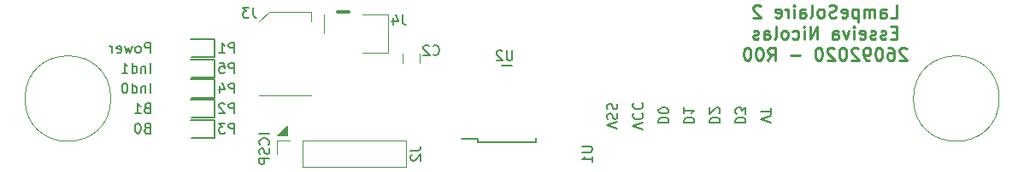
<source format=gbo>
G04 #@! TF.GenerationSoftware,KiCad,Pcbnew,(5.1.6)-1*
G04 #@! TF.CreationDate,2020-10-13T20:36:20+02:00*
G04 #@! TF.ProjectId,LampeSolaire2,4c616d70-6553-46f6-9c61-697265322e6b,R00*
G04 #@! TF.SameCoordinates,PX5f5e100PY5cfbb60*
G04 #@! TF.FileFunction,Legend,Bot*
G04 #@! TF.FilePolarity,Positive*
%FSLAX46Y46*%
G04 Gerber Fmt 4.6, Leading zero omitted, Abs format (unit mm)*
G04 Created by KiCad (PCBNEW (5.1.6)-1) date 2020-10-13 20:36:20*
%MOMM*%
%LPD*%
G01*
G04 APERTURE LIST*
%ADD10C,0.300000*%
%ADD11C,0.150000*%
%ADD12C,0.250000*%
%ADD13C,0.120000*%
%ADD14C,0.100000*%
%ADD15C,0.304800*%
G04 APERTURE END LIST*
D10*
X32678571Y-1357142D02*
X33821428Y-1357142D01*
D11*
X25952380Y-13523809D02*
X24952380Y-13523809D01*
X25857142Y-14571428D02*
X25904761Y-14523809D01*
X25952380Y-14380952D01*
X25952380Y-14285714D01*
X25904761Y-14142857D01*
X25809523Y-14047619D01*
X25714285Y-14000000D01*
X25523809Y-13952380D01*
X25380952Y-13952380D01*
X25190476Y-14000000D01*
X25095238Y-14047619D01*
X25000000Y-14142857D01*
X24952380Y-14285714D01*
X24952380Y-14380952D01*
X25000000Y-14523809D01*
X25047619Y-14571428D01*
X25904761Y-14952380D02*
X25952380Y-15095238D01*
X25952380Y-15333333D01*
X25904761Y-15428571D01*
X25857142Y-15476190D01*
X25761904Y-15523809D01*
X25666666Y-15523809D01*
X25571428Y-15476190D01*
X25523809Y-15428571D01*
X25476190Y-15333333D01*
X25428571Y-15142857D01*
X25380952Y-15047619D01*
X25333333Y-15000000D01*
X25238095Y-14952380D01*
X25142857Y-14952380D01*
X25047619Y-15000000D01*
X25000000Y-15047619D01*
X24952380Y-15142857D01*
X24952380Y-15380952D01*
X25000000Y-15523809D01*
X25952380Y-15952380D02*
X24952380Y-15952380D01*
X24952380Y-16333333D01*
X25000000Y-16428571D01*
X25047619Y-16476190D01*
X25142857Y-16523809D01*
X25285714Y-16523809D01*
X25380952Y-16476190D01*
X25428571Y-16428571D01*
X25476190Y-16333333D01*
X25476190Y-15952380D01*
D12*
X87458333Y-1940476D02*
X88053571Y-1940476D01*
X88053571Y-690476D01*
X86505952Y-1940476D02*
X86505952Y-1285714D01*
X86565476Y-1166666D01*
X86684523Y-1107142D01*
X86922619Y-1107142D01*
X87041666Y-1166666D01*
X86505952Y-1880952D02*
X86625000Y-1940476D01*
X86922619Y-1940476D01*
X87041666Y-1880952D01*
X87101190Y-1761904D01*
X87101190Y-1642857D01*
X87041666Y-1523809D01*
X86922619Y-1464285D01*
X86625000Y-1464285D01*
X86505952Y-1404761D01*
X85910714Y-1940476D02*
X85910714Y-1107142D01*
X85910714Y-1226190D02*
X85851190Y-1166666D01*
X85732142Y-1107142D01*
X85553571Y-1107142D01*
X85434523Y-1166666D01*
X85375000Y-1285714D01*
X85375000Y-1940476D01*
X85375000Y-1285714D02*
X85315476Y-1166666D01*
X85196428Y-1107142D01*
X85017857Y-1107142D01*
X84898809Y-1166666D01*
X84839285Y-1285714D01*
X84839285Y-1940476D01*
X84244047Y-1107142D02*
X84244047Y-2357142D01*
X84244047Y-1166666D02*
X84125000Y-1107142D01*
X83886904Y-1107142D01*
X83767857Y-1166666D01*
X83708333Y-1226190D01*
X83648809Y-1345238D01*
X83648809Y-1702380D01*
X83708333Y-1821428D01*
X83767857Y-1880952D01*
X83886904Y-1940476D01*
X84125000Y-1940476D01*
X84244047Y-1880952D01*
X82636904Y-1880952D02*
X82755952Y-1940476D01*
X82994047Y-1940476D01*
X83113095Y-1880952D01*
X83172619Y-1761904D01*
X83172619Y-1285714D01*
X83113095Y-1166666D01*
X82994047Y-1107142D01*
X82755952Y-1107142D01*
X82636904Y-1166666D01*
X82577380Y-1285714D01*
X82577380Y-1404761D01*
X83172619Y-1523809D01*
X82101190Y-1880952D02*
X81922619Y-1940476D01*
X81625000Y-1940476D01*
X81505952Y-1880952D01*
X81446428Y-1821428D01*
X81386904Y-1702380D01*
X81386904Y-1583333D01*
X81446428Y-1464285D01*
X81505952Y-1404761D01*
X81625000Y-1345238D01*
X81863095Y-1285714D01*
X81982142Y-1226190D01*
X82041666Y-1166666D01*
X82101190Y-1047619D01*
X82101190Y-928571D01*
X82041666Y-809523D01*
X81982142Y-750000D01*
X81863095Y-690476D01*
X81565476Y-690476D01*
X81386904Y-750000D01*
X80672619Y-1940476D02*
X80791666Y-1880952D01*
X80851190Y-1821428D01*
X80910714Y-1702380D01*
X80910714Y-1345238D01*
X80851190Y-1226190D01*
X80791666Y-1166666D01*
X80672619Y-1107142D01*
X80494047Y-1107142D01*
X80375000Y-1166666D01*
X80315476Y-1226190D01*
X80255952Y-1345238D01*
X80255952Y-1702380D01*
X80315476Y-1821428D01*
X80375000Y-1880952D01*
X80494047Y-1940476D01*
X80672619Y-1940476D01*
X79541666Y-1940476D02*
X79660714Y-1880952D01*
X79720238Y-1761904D01*
X79720238Y-690476D01*
X78529761Y-1940476D02*
X78529761Y-1285714D01*
X78589285Y-1166666D01*
X78708333Y-1107142D01*
X78946428Y-1107142D01*
X79065476Y-1166666D01*
X78529761Y-1880952D02*
X78648809Y-1940476D01*
X78946428Y-1940476D01*
X79065476Y-1880952D01*
X79125000Y-1761904D01*
X79125000Y-1642857D01*
X79065476Y-1523809D01*
X78946428Y-1464285D01*
X78648809Y-1464285D01*
X78529761Y-1404761D01*
X77934523Y-1940476D02*
X77934523Y-1107142D01*
X77934523Y-690476D02*
X77994047Y-750000D01*
X77934523Y-809523D01*
X77875000Y-750000D01*
X77934523Y-690476D01*
X77934523Y-809523D01*
X77339285Y-1940476D02*
X77339285Y-1107142D01*
X77339285Y-1345238D02*
X77279761Y-1226190D01*
X77220238Y-1166666D01*
X77101190Y-1107142D01*
X76982142Y-1107142D01*
X76089285Y-1880952D02*
X76208333Y-1940476D01*
X76446428Y-1940476D01*
X76565476Y-1880952D01*
X76625000Y-1761904D01*
X76625000Y-1285714D01*
X76565476Y-1166666D01*
X76446428Y-1107142D01*
X76208333Y-1107142D01*
X76089285Y-1166666D01*
X76029761Y-1285714D01*
X76029761Y-1404761D01*
X76625000Y-1523809D01*
X74601190Y-809523D02*
X74541666Y-750000D01*
X74422619Y-690476D01*
X74125000Y-690476D01*
X74005952Y-750000D01*
X73946428Y-809523D01*
X73886904Y-928571D01*
X73886904Y-1047619D01*
X73946428Y-1226190D01*
X74660714Y-1940476D01*
X73886904Y-1940476D01*
X88083333Y-3410714D02*
X87666666Y-3410714D01*
X87488095Y-4065476D02*
X88083333Y-4065476D01*
X88083333Y-2815476D01*
X87488095Y-2815476D01*
X87011904Y-4005952D02*
X86892857Y-4065476D01*
X86654761Y-4065476D01*
X86535714Y-4005952D01*
X86476190Y-3886904D01*
X86476190Y-3827380D01*
X86535714Y-3708333D01*
X86654761Y-3648809D01*
X86833333Y-3648809D01*
X86952380Y-3589285D01*
X87011904Y-3470238D01*
X87011904Y-3410714D01*
X86952380Y-3291666D01*
X86833333Y-3232142D01*
X86654761Y-3232142D01*
X86535714Y-3291666D01*
X86000000Y-4005952D02*
X85880952Y-4065476D01*
X85642857Y-4065476D01*
X85523809Y-4005952D01*
X85464285Y-3886904D01*
X85464285Y-3827380D01*
X85523809Y-3708333D01*
X85642857Y-3648809D01*
X85821428Y-3648809D01*
X85940476Y-3589285D01*
X86000000Y-3470238D01*
X86000000Y-3410714D01*
X85940476Y-3291666D01*
X85821428Y-3232142D01*
X85642857Y-3232142D01*
X85523809Y-3291666D01*
X84452380Y-4005952D02*
X84571428Y-4065476D01*
X84809523Y-4065476D01*
X84928571Y-4005952D01*
X84988095Y-3886904D01*
X84988095Y-3410714D01*
X84928571Y-3291666D01*
X84809523Y-3232142D01*
X84571428Y-3232142D01*
X84452380Y-3291666D01*
X84392857Y-3410714D01*
X84392857Y-3529761D01*
X84988095Y-3648809D01*
X83857142Y-4065476D02*
X83857142Y-3232142D01*
X83857142Y-2815476D02*
X83916666Y-2875000D01*
X83857142Y-2934523D01*
X83797619Y-2875000D01*
X83857142Y-2815476D01*
X83857142Y-2934523D01*
X83380952Y-3232142D02*
X83083333Y-4065476D01*
X82785714Y-3232142D01*
X81773809Y-4065476D02*
X81773809Y-3410714D01*
X81833333Y-3291666D01*
X81952380Y-3232142D01*
X82190476Y-3232142D01*
X82309523Y-3291666D01*
X81773809Y-4005952D02*
X81892857Y-4065476D01*
X82190476Y-4065476D01*
X82309523Y-4005952D01*
X82369047Y-3886904D01*
X82369047Y-3767857D01*
X82309523Y-3648809D01*
X82190476Y-3589285D01*
X81892857Y-3589285D01*
X81773809Y-3529761D01*
X80226190Y-4065476D02*
X80226190Y-2815476D01*
X79511904Y-4065476D01*
X79511904Y-2815476D01*
X78916666Y-4065476D02*
X78916666Y-3232142D01*
X78916666Y-2815476D02*
X78976190Y-2875000D01*
X78916666Y-2934523D01*
X78857142Y-2875000D01*
X78916666Y-2815476D01*
X78916666Y-2934523D01*
X77785714Y-4005952D02*
X77904761Y-4065476D01*
X78142857Y-4065476D01*
X78261904Y-4005952D01*
X78321428Y-3946428D01*
X78380952Y-3827380D01*
X78380952Y-3470238D01*
X78321428Y-3351190D01*
X78261904Y-3291666D01*
X78142857Y-3232142D01*
X77904761Y-3232142D01*
X77785714Y-3291666D01*
X77071428Y-4065476D02*
X77190476Y-4005952D01*
X77250000Y-3946428D01*
X77309523Y-3827380D01*
X77309523Y-3470238D01*
X77250000Y-3351190D01*
X77190476Y-3291666D01*
X77071428Y-3232142D01*
X76892857Y-3232142D01*
X76773809Y-3291666D01*
X76714285Y-3351190D01*
X76654761Y-3470238D01*
X76654761Y-3827380D01*
X76714285Y-3946428D01*
X76773809Y-4005952D01*
X76892857Y-4065476D01*
X77071428Y-4065476D01*
X75940476Y-4065476D02*
X76059523Y-4005952D01*
X76119047Y-3886904D01*
X76119047Y-2815476D01*
X74928571Y-4065476D02*
X74928571Y-3410714D01*
X74988095Y-3291666D01*
X75107142Y-3232142D01*
X75345238Y-3232142D01*
X75464285Y-3291666D01*
X74928571Y-4005952D02*
X75047619Y-4065476D01*
X75345238Y-4065476D01*
X75464285Y-4005952D01*
X75523809Y-3886904D01*
X75523809Y-3767857D01*
X75464285Y-3648809D01*
X75345238Y-3589285D01*
X75047619Y-3589285D01*
X74928571Y-3529761D01*
X74392857Y-4005952D02*
X74273809Y-4065476D01*
X74035714Y-4065476D01*
X73916666Y-4005952D01*
X73857142Y-3886904D01*
X73857142Y-3827380D01*
X73916666Y-3708333D01*
X74035714Y-3648809D01*
X74214285Y-3648809D01*
X74333333Y-3589285D01*
X74392857Y-3470238D01*
X74392857Y-3410714D01*
X74333333Y-3291666D01*
X74214285Y-3232142D01*
X74035714Y-3232142D01*
X73916666Y-3291666D01*
X89065476Y-5059523D02*
X89005952Y-5000000D01*
X88886904Y-4940476D01*
X88589285Y-4940476D01*
X88470238Y-5000000D01*
X88410714Y-5059523D01*
X88351190Y-5178571D01*
X88351190Y-5297619D01*
X88410714Y-5476190D01*
X89125000Y-6190476D01*
X88351190Y-6190476D01*
X87279761Y-4940476D02*
X87517857Y-4940476D01*
X87636904Y-5000000D01*
X87696428Y-5059523D01*
X87815476Y-5238095D01*
X87875000Y-5476190D01*
X87875000Y-5952380D01*
X87815476Y-6071428D01*
X87755952Y-6130952D01*
X87636904Y-6190476D01*
X87398809Y-6190476D01*
X87279761Y-6130952D01*
X87220238Y-6071428D01*
X87160714Y-5952380D01*
X87160714Y-5654761D01*
X87220238Y-5535714D01*
X87279761Y-5476190D01*
X87398809Y-5416666D01*
X87636904Y-5416666D01*
X87755952Y-5476190D01*
X87815476Y-5535714D01*
X87875000Y-5654761D01*
X86386904Y-4940476D02*
X86267857Y-4940476D01*
X86148809Y-5000000D01*
X86089285Y-5059523D01*
X86029761Y-5178571D01*
X85970238Y-5416666D01*
X85970238Y-5714285D01*
X86029761Y-5952380D01*
X86089285Y-6071428D01*
X86148809Y-6130952D01*
X86267857Y-6190476D01*
X86386904Y-6190476D01*
X86505952Y-6130952D01*
X86565476Y-6071428D01*
X86625000Y-5952380D01*
X86684523Y-5714285D01*
X86684523Y-5416666D01*
X86625000Y-5178571D01*
X86565476Y-5059523D01*
X86505952Y-5000000D01*
X86386904Y-4940476D01*
X85375000Y-6190476D02*
X85136904Y-6190476D01*
X85017857Y-6130952D01*
X84958333Y-6071428D01*
X84839285Y-5892857D01*
X84779761Y-5654761D01*
X84779761Y-5178571D01*
X84839285Y-5059523D01*
X84898809Y-5000000D01*
X85017857Y-4940476D01*
X85255952Y-4940476D01*
X85375000Y-5000000D01*
X85434523Y-5059523D01*
X85494047Y-5178571D01*
X85494047Y-5476190D01*
X85434523Y-5595238D01*
X85375000Y-5654761D01*
X85255952Y-5714285D01*
X85017857Y-5714285D01*
X84898809Y-5654761D01*
X84839285Y-5595238D01*
X84779761Y-5476190D01*
X84303571Y-5059523D02*
X84244047Y-5000000D01*
X84125000Y-4940476D01*
X83827380Y-4940476D01*
X83708333Y-5000000D01*
X83648809Y-5059523D01*
X83589285Y-5178571D01*
X83589285Y-5297619D01*
X83648809Y-5476190D01*
X84363095Y-6190476D01*
X83589285Y-6190476D01*
X82815476Y-4940476D02*
X82696428Y-4940476D01*
X82577380Y-5000000D01*
X82517857Y-5059523D01*
X82458333Y-5178571D01*
X82398809Y-5416666D01*
X82398809Y-5714285D01*
X82458333Y-5952380D01*
X82517857Y-6071428D01*
X82577380Y-6130952D01*
X82696428Y-6190476D01*
X82815476Y-6190476D01*
X82934523Y-6130952D01*
X82994047Y-6071428D01*
X83053571Y-5952380D01*
X83113095Y-5714285D01*
X83113095Y-5416666D01*
X83053571Y-5178571D01*
X82994047Y-5059523D01*
X82934523Y-5000000D01*
X82815476Y-4940476D01*
X81922619Y-5059523D02*
X81863095Y-5000000D01*
X81744047Y-4940476D01*
X81446428Y-4940476D01*
X81327380Y-5000000D01*
X81267857Y-5059523D01*
X81208333Y-5178571D01*
X81208333Y-5297619D01*
X81267857Y-5476190D01*
X81982142Y-6190476D01*
X81208333Y-6190476D01*
X80434523Y-4940476D02*
X80315476Y-4940476D01*
X80196428Y-5000000D01*
X80136904Y-5059523D01*
X80077380Y-5178571D01*
X80017857Y-5416666D01*
X80017857Y-5714285D01*
X80077380Y-5952380D01*
X80136904Y-6071428D01*
X80196428Y-6130952D01*
X80315476Y-6190476D01*
X80434523Y-6190476D01*
X80553571Y-6130952D01*
X80613095Y-6071428D01*
X80672619Y-5952380D01*
X80732142Y-5714285D01*
X80732142Y-5416666D01*
X80672619Y-5178571D01*
X80613095Y-5059523D01*
X80553571Y-5000000D01*
X80434523Y-4940476D01*
X78529761Y-5714285D02*
X77577380Y-5714285D01*
X75315476Y-6190476D02*
X75732142Y-5595238D01*
X76029761Y-6190476D02*
X76029761Y-4940476D01*
X75553571Y-4940476D01*
X75434523Y-5000000D01*
X75375000Y-5059523D01*
X75315476Y-5178571D01*
X75315476Y-5357142D01*
X75375000Y-5476190D01*
X75434523Y-5535714D01*
X75553571Y-5595238D01*
X76029761Y-5595238D01*
X74541666Y-4940476D02*
X74422619Y-4940476D01*
X74303571Y-5000000D01*
X74244047Y-5059523D01*
X74184523Y-5178571D01*
X74125000Y-5416666D01*
X74125000Y-5714285D01*
X74184523Y-5952380D01*
X74244047Y-6071428D01*
X74303571Y-6130952D01*
X74422619Y-6190476D01*
X74541666Y-6190476D01*
X74660714Y-6130952D01*
X74720238Y-6071428D01*
X74779761Y-5952380D01*
X74839285Y-5714285D01*
X74839285Y-5416666D01*
X74779761Y-5178571D01*
X74720238Y-5059523D01*
X74660714Y-5000000D01*
X74541666Y-4940476D01*
X73351190Y-4940476D02*
X73232142Y-4940476D01*
X73113095Y-5000000D01*
X73053571Y-5059523D01*
X72994047Y-5178571D01*
X72934523Y-5416666D01*
X72934523Y-5714285D01*
X72994047Y-5952380D01*
X73053571Y-6071428D01*
X73113095Y-6130952D01*
X73232142Y-6190476D01*
X73351190Y-6190476D01*
X73470238Y-6130952D01*
X73529761Y-6071428D01*
X73589285Y-5952380D01*
X73648809Y-5714285D01*
X73648809Y-5416666D01*
X73589285Y-5178571D01*
X73529761Y-5059523D01*
X73470238Y-5000000D01*
X73351190Y-4940476D01*
D11*
X13831071Y-12928571D02*
X13688214Y-12976190D01*
X13640595Y-13023809D01*
X13592976Y-13119047D01*
X13592976Y-13261904D01*
X13640595Y-13357142D01*
X13688214Y-13404761D01*
X13783452Y-13452380D01*
X14164404Y-13452380D01*
X14164404Y-12452380D01*
X13831071Y-12452380D01*
X13735833Y-12500000D01*
X13688214Y-12547619D01*
X13640595Y-12642857D01*
X13640595Y-12738095D01*
X13688214Y-12833333D01*
X13735833Y-12880952D01*
X13831071Y-12928571D01*
X14164404Y-12928571D01*
X12973928Y-12452380D02*
X12878690Y-12452380D01*
X12783452Y-12500000D01*
X12735833Y-12547619D01*
X12688214Y-12642857D01*
X12640595Y-12833333D01*
X12640595Y-13071428D01*
X12688214Y-13261904D01*
X12735833Y-13357142D01*
X12783452Y-13404761D01*
X12878690Y-13452380D01*
X12973928Y-13452380D01*
X13069166Y-13404761D01*
X13116785Y-13357142D01*
X13164404Y-13261904D01*
X13212023Y-13071428D01*
X13212023Y-12833333D01*
X13164404Y-12642857D01*
X13116785Y-12547619D01*
X13069166Y-12500000D01*
X12973928Y-12452380D01*
X13831071Y-10928571D02*
X13688214Y-10976190D01*
X13640595Y-11023809D01*
X13592976Y-11119047D01*
X13592976Y-11261904D01*
X13640595Y-11357142D01*
X13688214Y-11404761D01*
X13783452Y-11452380D01*
X14164404Y-11452380D01*
X14164404Y-10452380D01*
X13831071Y-10452380D01*
X13735833Y-10500000D01*
X13688214Y-10547619D01*
X13640595Y-10642857D01*
X13640595Y-10738095D01*
X13688214Y-10833333D01*
X13735833Y-10880952D01*
X13831071Y-10928571D01*
X14164404Y-10928571D01*
X12640595Y-11452380D02*
X13212023Y-11452380D01*
X12926309Y-11452380D02*
X12926309Y-10452380D01*
X13021547Y-10595238D01*
X13116785Y-10690476D01*
X13212023Y-10738095D01*
X14164404Y-9452380D02*
X14164404Y-8452380D01*
X13688214Y-8785714D02*
X13688214Y-9452380D01*
X13688214Y-8880952D02*
X13640595Y-8833333D01*
X13545357Y-8785714D01*
X13402500Y-8785714D01*
X13307261Y-8833333D01*
X13259642Y-8928571D01*
X13259642Y-9452380D01*
X12354880Y-9452380D02*
X12354880Y-8452380D01*
X12354880Y-9404761D02*
X12450119Y-9452380D01*
X12640595Y-9452380D01*
X12735833Y-9404761D01*
X12783452Y-9357142D01*
X12831071Y-9261904D01*
X12831071Y-8976190D01*
X12783452Y-8880952D01*
X12735833Y-8833333D01*
X12640595Y-8785714D01*
X12450119Y-8785714D01*
X12354880Y-8833333D01*
X11688214Y-8452380D02*
X11592976Y-8452380D01*
X11497738Y-8500000D01*
X11450119Y-8547619D01*
X11402500Y-8642857D01*
X11354880Y-8833333D01*
X11354880Y-9071428D01*
X11402500Y-9261904D01*
X11450119Y-9357142D01*
X11497738Y-9404761D01*
X11592976Y-9452380D01*
X11688214Y-9452380D01*
X11783452Y-9404761D01*
X11831071Y-9357142D01*
X11878690Y-9261904D01*
X11926309Y-9071428D01*
X11926309Y-8833333D01*
X11878690Y-8642857D01*
X11831071Y-8547619D01*
X11783452Y-8500000D01*
X11688214Y-8452380D01*
X14164404Y-7452380D02*
X14164404Y-6452380D01*
X13688214Y-6785714D02*
X13688214Y-7452380D01*
X13688214Y-6880952D02*
X13640595Y-6833333D01*
X13545357Y-6785714D01*
X13402500Y-6785714D01*
X13307261Y-6833333D01*
X13259642Y-6928571D01*
X13259642Y-7452380D01*
X12354880Y-7452380D02*
X12354880Y-6452380D01*
X12354880Y-7404761D02*
X12450119Y-7452380D01*
X12640595Y-7452380D01*
X12735833Y-7404761D01*
X12783452Y-7357142D01*
X12831071Y-7261904D01*
X12831071Y-6976190D01*
X12783452Y-6880952D01*
X12735833Y-6833333D01*
X12640595Y-6785714D01*
X12450119Y-6785714D01*
X12354880Y-6833333D01*
X11354880Y-7452380D02*
X11926309Y-7452380D01*
X11640595Y-7452380D02*
X11640595Y-6452380D01*
X11735833Y-6595238D01*
X11831071Y-6690476D01*
X11926309Y-6738095D01*
X14164404Y-5452380D02*
X14164404Y-4452380D01*
X13783452Y-4452380D01*
X13688214Y-4500000D01*
X13640595Y-4547619D01*
X13592976Y-4642857D01*
X13592976Y-4785714D01*
X13640595Y-4880952D01*
X13688214Y-4928571D01*
X13783452Y-4976190D01*
X14164404Y-4976190D01*
X13021547Y-5452380D02*
X13116785Y-5404761D01*
X13164404Y-5357142D01*
X13212023Y-5261904D01*
X13212023Y-4976190D01*
X13164404Y-4880952D01*
X13116785Y-4833333D01*
X13021547Y-4785714D01*
X12878690Y-4785714D01*
X12783452Y-4833333D01*
X12735833Y-4880952D01*
X12688214Y-4976190D01*
X12688214Y-5261904D01*
X12735833Y-5357142D01*
X12783452Y-5404761D01*
X12878690Y-5452380D01*
X13021547Y-5452380D01*
X12354880Y-4785714D02*
X12164404Y-5452380D01*
X11973928Y-4976190D01*
X11783452Y-5452380D01*
X11592976Y-4785714D01*
X10831071Y-5404761D02*
X10926309Y-5452380D01*
X11116785Y-5452380D01*
X11212023Y-5404761D01*
X11259642Y-5309523D01*
X11259642Y-4928571D01*
X11212023Y-4833333D01*
X11116785Y-4785714D01*
X10926309Y-4785714D01*
X10831071Y-4833333D01*
X10783452Y-4928571D01*
X10783452Y-5023809D01*
X11259642Y-5119047D01*
X10354880Y-5452380D02*
X10354880Y-4785714D01*
X10354880Y-4976190D02*
X10307261Y-4880952D01*
X10259642Y-4833333D01*
X10164404Y-4785714D01*
X10069166Y-4785714D01*
D13*
X37675000Y-5405000D02*
X35135000Y-5405000D01*
X37675000Y-1595000D02*
X35135000Y-1595000D01*
X31325000Y-1595000D02*
X31325000Y-3500000D01*
X37675000Y-5405000D02*
X37675000Y-1595000D01*
X10250000Y-10000000D02*
G75*
G03*
X10250000Y-10000000I-4250000J0D01*
G01*
X98250000Y-10000000D02*
G75*
G03*
X98250000Y-10000000I-4250000J0D01*
G01*
X39150000Y-6500000D02*
X39150000Y-5500000D01*
X40850000Y-5500000D02*
X40850000Y-6500000D01*
X39490000Y-14170000D02*
X39490000Y-16830000D01*
X29270000Y-14170000D02*
X39490000Y-14170000D01*
X29270000Y-16830000D02*
X39490000Y-16830000D01*
X29270000Y-14170000D02*
X29270000Y-16830000D01*
X28000000Y-14170000D02*
X26670000Y-14170000D01*
X26670000Y-14170000D02*
X26670000Y-15500000D01*
D14*
G36*
X27700000Y-13700000D02*
G01*
X27700000Y-12700000D01*
X26700000Y-13700000D01*
X27700000Y-13700000D01*
G37*
X27700000Y-13700000D02*
X27700000Y-12700000D01*
X26700000Y-13700000D01*
X27700000Y-13700000D01*
D11*
X20500000Y-4100000D02*
X18150000Y-4100000D01*
X20500000Y-5900000D02*
X18200000Y-5900000D01*
X18600000Y-5900000D02*
X18550000Y-5900000D01*
X20500000Y-4100000D02*
X20500000Y-5900000D01*
X20500000Y-10100000D02*
X18150000Y-10100000D01*
X20500000Y-11900000D02*
X18200000Y-11900000D01*
X18600000Y-11900000D02*
X18550000Y-11900000D01*
X20500000Y-10100000D02*
X20500000Y-11900000D01*
X20500000Y-12100000D02*
X18150000Y-12100000D01*
X20500000Y-13900000D02*
X18200000Y-13900000D01*
X18600000Y-13900000D02*
X18550000Y-13900000D01*
X20500000Y-12100000D02*
X20500000Y-13900000D01*
X20500000Y-8100000D02*
X18150000Y-8100000D01*
X20500000Y-9900000D02*
X18200000Y-9900000D01*
X18600000Y-9900000D02*
X18550000Y-9900000D01*
X20500000Y-8100000D02*
X20500000Y-9900000D01*
X20500000Y-6100000D02*
X18150000Y-6100000D01*
X20500000Y-7900000D02*
X18200000Y-7900000D01*
X18600000Y-7900000D02*
X18550000Y-7900000D01*
X20500000Y-6100000D02*
X20500000Y-7900000D01*
X46625000Y-14325000D02*
X46625000Y-13975000D01*
X52375000Y-14325000D02*
X52375000Y-13875000D01*
X46625000Y-14325000D02*
X52375000Y-14325000D01*
X49000000Y-6675000D02*
X50000000Y-6675000D01*
X46625000Y-13975000D02*
X45025000Y-13975000D01*
D13*
X24925000Y-9695000D02*
X30075000Y-9695000D01*
X25925000Y-1345000D02*
X24925000Y-2345000D01*
X30075000Y-1345000D02*
X30075000Y-2345000D01*
X25925000Y-1345000D02*
X30075000Y-1345000D01*
D11*
X39133333Y-1652380D02*
X39133333Y-2366666D01*
X39180952Y-2509523D01*
X39276190Y-2604761D01*
X39419047Y-2652380D01*
X39514285Y-2652380D01*
X38228571Y-1985714D02*
X38228571Y-2652380D01*
X38466666Y-1604761D02*
X38704761Y-2319047D01*
X38085714Y-2319047D01*
D15*
D11*
X56952380Y-14738095D02*
X57761904Y-14738095D01*
X57857142Y-14785714D01*
X57904761Y-14833333D01*
X57952380Y-14928571D01*
X57952380Y-15119047D01*
X57904761Y-15214285D01*
X57857142Y-15261904D01*
X57761904Y-15309523D01*
X56952380Y-15309523D01*
X57952380Y-16309523D02*
X57952380Y-15738095D01*
X57952380Y-16023809D02*
X56952380Y-16023809D01*
X57095238Y-15928571D01*
X57190476Y-15833333D01*
X57238095Y-15738095D01*
X60427619Y-12975714D02*
X59427619Y-12642380D01*
X60427619Y-12309047D01*
X59475238Y-12023333D02*
X59427619Y-11880476D01*
X59427619Y-11642380D01*
X59475238Y-11547142D01*
X59522857Y-11499523D01*
X59618095Y-11451904D01*
X59713333Y-11451904D01*
X59808571Y-11499523D01*
X59856190Y-11547142D01*
X59903809Y-11642380D01*
X59951428Y-11832857D01*
X59999047Y-11928095D01*
X60046666Y-11975714D01*
X60141904Y-12023333D01*
X60237142Y-12023333D01*
X60332380Y-11975714D01*
X60380000Y-11928095D01*
X60427619Y-11832857D01*
X60427619Y-11594761D01*
X60380000Y-11451904D01*
X59475238Y-11070952D02*
X59427619Y-10928095D01*
X59427619Y-10690000D01*
X59475238Y-10594761D01*
X59522857Y-10547142D01*
X59618095Y-10499523D01*
X59713333Y-10499523D01*
X59808571Y-10547142D01*
X59856190Y-10594761D01*
X59903809Y-10690000D01*
X59951428Y-10880476D01*
X59999047Y-10975714D01*
X60046666Y-11023333D01*
X60141904Y-11070952D01*
X60237142Y-11070952D01*
X60332380Y-11023333D01*
X60380000Y-10975714D01*
X60427619Y-10880476D01*
X60427619Y-10642380D01*
X60380000Y-10499523D01*
X62967619Y-13023333D02*
X61967619Y-12690000D01*
X62967619Y-12356666D01*
X62062857Y-11451904D02*
X62015238Y-11499523D01*
X61967619Y-11642380D01*
X61967619Y-11737619D01*
X62015238Y-11880476D01*
X62110476Y-11975714D01*
X62205714Y-12023333D01*
X62396190Y-12070952D01*
X62539047Y-12070952D01*
X62729523Y-12023333D01*
X62824761Y-11975714D01*
X62920000Y-11880476D01*
X62967619Y-11737619D01*
X62967619Y-11642380D01*
X62920000Y-11499523D01*
X62872380Y-11451904D01*
X62062857Y-10451904D02*
X62015238Y-10499523D01*
X61967619Y-10642380D01*
X61967619Y-10737619D01*
X62015238Y-10880476D01*
X62110476Y-10975714D01*
X62205714Y-11023333D01*
X62396190Y-11070952D01*
X62539047Y-11070952D01*
X62729523Y-11023333D01*
X62824761Y-10975714D01*
X62920000Y-10880476D01*
X62967619Y-10737619D01*
X62967619Y-10642380D01*
X62920000Y-10499523D01*
X62872380Y-10451904D01*
X64507619Y-12428095D02*
X65507619Y-12428095D01*
X65507619Y-12190000D01*
X65460000Y-12047142D01*
X65364761Y-11951904D01*
X65269523Y-11904285D01*
X65079047Y-11856666D01*
X64936190Y-11856666D01*
X64745714Y-11904285D01*
X64650476Y-11951904D01*
X64555238Y-12047142D01*
X64507619Y-12190000D01*
X64507619Y-12428095D01*
X65507619Y-11237619D02*
X65507619Y-11142380D01*
X65460000Y-11047142D01*
X65412380Y-10999523D01*
X65317142Y-10951904D01*
X65126666Y-10904285D01*
X64888571Y-10904285D01*
X64698095Y-10951904D01*
X64602857Y-10999523D01*
X64555238Y-11047142D01*
X64507619Y-11142380D01*
X64507619Y-11237619D01*
X64555238Y-11332857D01*
X64602857Y-11380476D01*
X64698095Y-11428095D01*
X64888571Y-11475714D01*
X65126666Y-11475714D01*
X65317142Y-11428095D01*
X65412380Y-11380476D01*
X65460000Y-11332857D01*
X65507619Y-11237619D01*
X67047619Y-12428095D02*
X68047619Y-12428095D01*
X68047619Y-12190000D01*
X68000000Y-12047142D01*
X67904761Y-11951904D01*
X67809523Y-11904285D01*
X67619047Y-11856666D01*
X67476190Y-11856666D01*
X67285714Y-11904285D01*
X67190476Y-11951904D01*
X67095238Y-12047142D01*
X67047619Y-12190000D01*
X67047619Y-12428095D01*
X67047619Y-10904285D02*
X67047619Y-11475714D01*
X67047619Y-11190000D02*
X68047619Y-11190000D01*
X67904761Y-11285238D01*
X67809523Y-11380476D01*
X67761904Y-11475714D01*
X69587619Y-12428095D02*
X70587619Y-12428095D01*
X70587619Y-12190000D01*
X70540000Y-12047142D01*
X70444761Y-11951904D01*
X70349523Y-11904285D01*
X70159047Y-11856666D01*
X70016190Y-11856666D01*
X69825714Y-11904285D01*
X69730476Y-11951904D01*
X69635238Y-12047142D01*
X69587619Y-12190000D01*
X69587619Y-12428095D01*
X70492380Y-11475714D02*
X70540000Y-11428095D01*
X70587619Y-11332857D01*
X70587619Y-11094761D01*
X70540000Y-10999523D01*
X70492380Y-10951904D01*
X70397142Y-10904285D01*
X70301904Y-10904285D01*
X70159047Y-10951904D01*
X69587619Y-11523333D01*
X69587619Y-10904285D01*
X72127619Y-12428095D02*
X73127619Y-12428095D01*
X73127619Y-12190000D01*
X73080000Y-12047142D01*
X72984761Y-11951904D01*
X72889523Y-11904285D01*
X72699047Y-11856666D01*
X72556190Y-11856666D01*
X72365714Y-11904285D01*
X72270476Y-11951904D01*
X72175238Y-12047142D01*
X72127619Y-12190000D01*
X72127619Y-12428095D01*
X73127619Y-11523333D02*
X73127619Y-10904285D01*
X72746666Y-11237619D01*
X72746666Y-11094761D01*
X72699047Y-10999523D01*
X72651428Y-10951904D01*
X72556190Y-10904285D01*
X72318095Y-10904285D01*
X72222857Y-10951904D01*
X72175238Y-10999523D01*
X72127619Y-11094761D01*
X72127619Y-11380476D01*
X72175238Y-11475714D01*
X72222857Y-11523333D01*
X75667619Y-12404285D02*
X74667619Y-12070952D01*
X75667619Y-11737619D01*
X75667619Y-11547142D02*
X75667619Y-10975714D01*
X74667619Y-11261428D02*
X75667619Y-11261428D01*
X42166666Y-5607142D02*
X42214285Y-5654761D01*
X42357142Y-5702380D01*
X42452380Y-5702380D01*
X42595238Y-5654761D01*
X42690476Y-5559523D01*
X42738095Y-5464285D01*
X42785714Y-5273809D01*
X42785714Y-5130952D01*
X42738095Y-4940476D01*
X42690476Y-4845238D01*
X42595238Y-4750000D01*
X42452380Y-4702380D01*
X42357142Y-4702380D01*
X42214285Y-4750000D01*
X42166666Y-4797619D01*
X41785714Y-4797619D02*
X41738095Y-4750000D01*
X41642857Y-4702380D01*
X41404761Y-4702380D01*
X41309523Y-4750000D01*
X41261904Y-4797619D01*
X41214285Y-4892857D01*
X41214285Y-4988095D01*
X41261904Y-5130952D01*
X41833333Y-5702380D01*
X41214285Y-5702380D01*
X39952380Y-15166666D02*
X40666666Y-15166666D01*
X40809523Y-15119047D01*
X40904761Y-15023809D01*
X40952380Y-14880952D01*
X40952380Y-14785714D01*
X40047619Y-15595238D02*
X40000000Y-15642857D01*
X39952380Y-15738095D01*
X39952380Y-15976190D01*
X40000000Y-16071428D01*
X40047619Y-16119047D01*
X40142857Y-16166666D01*
X40238095Y-16166666D01*
X40380952Y-16119047D01*
X40952380Y-15547619D01*
X40952380Y-16166666D01*
X22488095Y-5452380D02*
X22488095Y-4452380D01*
X22107142Y-4452380D01*
X22011904Y-4500000D01*
X21964285Y-4547619D01*
X21916666Y-4642857D01*
X21916666Y-4785714D01*
X21964285Y-4880952D01*
X22011904Y-4928571D01*
X22107142Y-4976190D01*
X22488095Y-4976190D01*
X20964285Y-5452380D02*
X21535714Y-5452380D01*
X21250000Y-5452380D02*
X21250000Y-4452380D01*
X21345238Y-4595238D01*
X21440476Y-4690476D01*
X21535714Y-4738095D01*
X22488095Y-11452380D02*
X22488095Y-10452380D01*
X22107142Y-10452380D01*
X22011904Y-10500000D01*
X21964285Y-10547619D01*
X21916666Y-10642857D01*
X21916666Y-10785714D01*
X21964285Y-10880952D01*
X22011904Y-10928571D01*
X22107142Y-10976190D01*
X22488095Y-10976190D01*
X21535714Y-10547619D02*
X21488095Y-10500000D01*
X21392857Y-10452380D01*
X21154761Y-10452380D01*
X21059523Y-10500000D01*
X21011904Y-10547619D01*
X20964285Y-10642857D01*
X20964285Y-10738095D01*
X21011904Y-10880952D01*
X21583333Y-11452380D01*
X20964285Y-11452380D01*
X22488095Y-13452380D02*
X22488095Y-12452380D01*
X22107142Y-12452380D01*
X22011904Y-12500000D01*
X21964285Y-12547619D01*
X21916666Y-12642857D01*
X21916666Y-12785714D01*
X21964285Y-12880952D01*
X22011904Y-12928571D01*
X22107142Y-12976190D01*
X22488095Y-12976190D01*
X21583333Y-12452380D02*
X20964285Y-12452380D01*
X21297619Y-12833333D01*
X21154761Y-12833333D01*
X21059523Y-12880952D01*
X21011904Y-12928571D01*
X20964285Y-13023809D01*
X20964285Y-13261904D01*
X21011904Y-13357142D01*
X21059523Y-13404761D01*
X21154761Y-13452380D01*
X21440476Y-13452380D01*
X21535714Y-13404761D01*
X21583333Y-13357142D01*
X22488095Y-9452380D02*
X22488095Y-8452380D01*
X22107142Y-8452380D01*
X22011904Y-8500000D01*
X21964285Y-8547619D01*
X21916666Y-8642857D01*
X21916666Y-8785714D01*
X21964285Y-8880952D01*
X22011904Y-8928571D01*
X22107142Y-8976190D01*
X22488095Y-8976190D01*
X21059523Y-8785714D02*
X21059523Y-9452380D01*
X21297619Y-8404761D02*
X21535714Y-9119047D01*
X20916666Y-9119047D01*
X22488095Y-7452380D02*
X22488095Y-6452380D01*
X22107142Y-6452380D01*
X22011904Y-6500000D01*
X21964285Y-6547619D01*
X21916666Y-6642857D01*
X21916666Y-6785714D01*
X21964285Y-6880952D01*
X22011904Y-6928571D01*
X22107142Y-6976190D01*
X22488095Y-6976190D01*
X21011904Y-6452380D02*
X21488095Y-6452380D01*
X21535714Y-6928571D01*
X21488095Y-6880952D01*
X21392857Y-6833333D01*
X21154761Y-6833333D01*
X21059523Y-6880952D01*
X21011904Y-6928571D01*
X20964285Y-7023809D01*
X20964285Y-7261904D01*
X21011904Y-7357142D01*
X21059523Y-7404761D01*
X21154761Y-7452380D01*
X21392857Y-7452380D01*
X21488095Y-7404761D01*
X21535714Y-7357142D01*
X50011904Y-5202380D02*
X50011904Y-6011904D01*
X49964285Y-6107142D01*
X49916666Y-6154761D01*
X49821428Y-6202380D01*
X49630952Y-6202380D01*
X49535714Y-6154761D01*
X49488095Y-6107142D01*
X49440476Y-6011904D01*
X49440476Y-5202380D01*
X49011904Y-5297619D02*
X48964285Y-5250000D01*
X48869047Y-5202380D01*
X48630952Y-5202380D01*
X48535714Y-5250000D01*
X48488095Y-5297619D01*
X48440476Y-5392857D01*
X48440476Y-5488095D01*
X48488095Y-5630952D01*
X49059523Y-6202380D01*
X48440476Y-6202380D01*
X24333333Y-952380D02*
X24333333Y-1666666D01*
X24380952Y-1809523D01*
X24476190Y-1904761D01*
X24619047Y-1952380D01*
X24714285Y-1952380D01*
X23952380Y-952380D02*
X23333333Y-952380D01*
X23666666Y-1333333D01*
X23523809Y-1333333D01*
X23428571Y-1380952D01*
X23380952Y-1428571D01*
X23333333Y-1523809D01*
X23333333Y-1761904D01*
X23380952Y-1857142D01*
X23428571Y-1904761D01*
X23523809Y-1952380D01*
X23809523Y-1952380D01*
X23904761Y-1904761D01*
X23952380Y-1857142D01*
M02*

</source>
